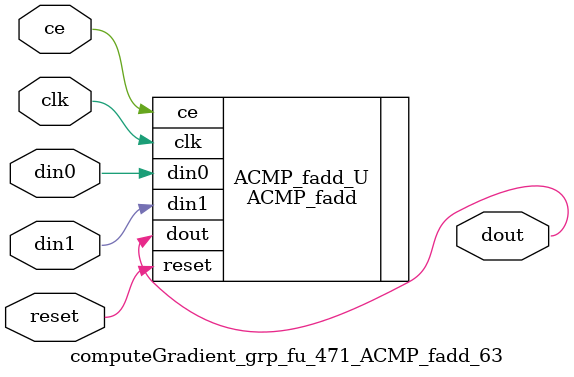
<source format=v>

`timescale 1 ns / 1 ps
module computeGradient_grp_fu_471_ACMP_fadd_63(
    clk,
    reset,
    ce,
    din0,
    din1,
    dout);

parameter ID = 32'd1;
parameter NUM_STAGE = 32'd1;
parameter din0_WIDTH = 32'd1;
parameter din1_WIDTH = 32'd1;
parameter dout_WIDTH = 32'd1;
input clk;
input reset;
input ce;
input[din0_WIDTH - 1:0] din0;
input[din1_WIDTH - 1:0] din1;
output[dout_WIDTH - 1:0] dout;



ACMP_fadd #(
.ID( ID ),
.NUM_STAGE( 4 ),
.din0_WIDTH( din0_WIDTH ),
.din1_WIDTH( din1_WIDTH ),
.dout_WIDTH( dout_WIDTH ))
ACMP_fadd_U(
    .clk( clk ),
    .reset( reset ),
    .ce( ce ),
    .din0( din0 ),
    .din1( din1 ),
    .dout( dout ));

endmodule

</source>
